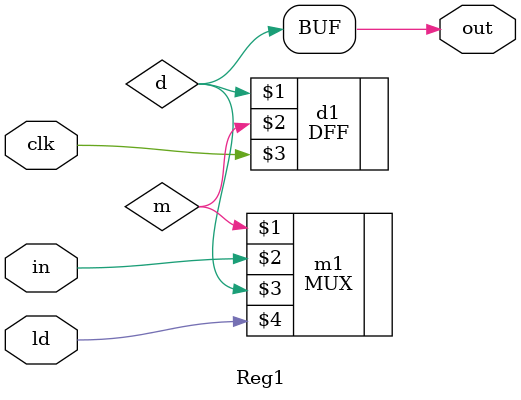
<source format=sv>
`include "MUX.sv"
`include "DFF.sv"

module Reg1(
  output out,
  input in,
  input ld,
  input clk
);
  
  wire m,d;
  
  MUX m1(m, in, d, ld);
  DFF d1(d, m, clk);
  
  buf(out, d);
  
  
endmodule
</source>
